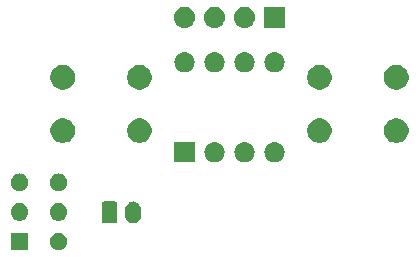
<source format=gbr>
G04 #@! TF.GenerationSoftware,KiCad,Pcbnew,(5.0.1-3-g963ef8bb5)*
G04 #@! TF.CreationDate,2019-02-13T22:27:56+01:00*
G04 #@! TF.ProjectId,main,6D61696E2E6B696361645F7063620000,rev?*
G04 #@! TF.SameCoordinates,Original*
G04 #@! TF.FileFunction,Soldermask,Bot*
G04 #@! TF.FilePolarity,Negative*
%FSLAX46Y46*%
G04 Gerber Fmt 4.6, Leading zero omitted, Abs format (unit mm)*
G04 Created by KiCad (PCBNEW (5.0.1-3-g963ef8bb5)) date 2019 February 13, Wednesday 22:27:56*
%MOMM*%
%LPD*%
G01*
G04 APERTURE LIST*
%ADD10C,0.100000*%
G04 APERTURE END LIST*
D10*
G36*
X73282004Y-113480544D02*
X73369059Y-113497860D01*
X73505732Y-113554472D01*
X73505733Y-113554473D01*
X73628738Y-113636662D01*
X73733338Y-113741262D01*
X73733340Y-113741265D01*
X73815528Y-113864268D01*
X73872140Y-114000941D01*
X73901000Y-114146033D01*
X73901000Y-114293967D01*
X73872140Y-114439059D01*
X73815528Y-114575732D01*
X73815527Y-114575733D01*
X73733338Y-114698738D01*
X73628738Y-114803338D01*
X73628735Y-114803340D01*
X73505732Y-114885528D01*
X73369059Y-114942140D01*
X73282004Y-114959456D01*
X73223969Y-114971000D01*
X73076031Y-114971000D01*
X73017996Y-114959456D01*
X72930941Y-114942140D01*
X72794268Y-114885528D01*
X72671265Y-114803340D01*
X72671262Y-114803338D01*
X72566662Y-114698738D01*
X72484473Y-114575733D01*
X72484472Y-114575732D01*
X72427860Y-114439059D01*
X72399000Y-114293967D01*
X72399000Y-114146033D01*
X72427860Y-114000941D01*
X72484472Y-113864268D01*
X72566660Y-113741265D01*
X72566662Y-113741262D01*
X72671262Y-113636662D01*
X72794267Y-113554473D01*
X72794268Y-113554472D01*
X72930941Y-113497860D01*
X73017996Y-113480544D01*
X73076031Y-113469000D01*
X73223969Y-113469000D01*
X73282004Y-113480544D01*
X73282004Y-113480544D01*
G37*
G36*
X70601000Y-114971000D02*
X69099000Y-114971000D01*
X69099000Y-113469000D01*
X70601000Y-113469000D01*
X70601000Y-114971000D01*
X70601000Y-114971000D01*
G37*
G36*
X79597617Y-110843420D02*
X79679426Y-110868237D01*
X79720332Y-110880645D01*
X79742544Y-110892518D01*
X79833425Y-110941095D01*
X79833427Y-110941096D01*
X79833426Y-110941096D01*
X79906965Y-111001447D01*
X79932553Y-111022447D01*
X80013905Y-111121574D01*
X80013906Y-111121576D01*
X80074355Y-111234667D01*
X80076356Y-111241265D01*
X80111580Y-111357382D01*
X80121000Y-111453027D01*
X80121000Y-112066973D01*
X80111580Y-112162618D01*
X80100624Y-112198735D01*
X80074355Y-112285333D01*
X80064731Y-112303338D01*
X80013905Y-112398426D01*
X79932553Y-112497553D01*
X79833426Y-112578905D01*
X79833424Y-112578906D01*
X79720333Y-112639355D01*
X79679427Y-112651763D01*
X79597618Y-112676580D01*
X79470000Y-112689149D01*
X79342383Y-112676580D01*
X79260574Y-112651763D01*
X79219668Y-112639355D01*
X79106577Y-112578906D01*
X79106575Y-112578905D01*
X79007448Y-112497553D01*
X78926095Y-112398426D01*
X78875269Y-112303338D01*
X78865645Y-112285333D01*
X78839376Y-112198735D01*
X78828420Y-112162618D01*
X78819000Y-112066973D01*
X78819000Y-111453028D01*
X78828420Y-111357383D01*
X78865645Y-111234669D01*
X78865645Y-111234668D01*
X78918032Y-111136660D01*
X78926095Y-111121575D01*
X79007447Y-111022447D01*
X79106574Y-110941095D01*
X79141400Y-110922480D01*
X79219667Y-110880645D01*
X79260573Y-110868237D01*
X79342382Y-110843420D01*
X79470000Y-110830851D01*
X79597617Y-110843420D01*
X79597617Y-110843420D01*
G37*
G36*
X77961242Y-110838404D02*
X77998339Y-110849657D01*
X78032520Y-110867927D01*
X78062482Y-110892518D01*
X78087073Y-110922480D01*
X78105343Y-110956661D01*
X78116596Y-110993758D01*
X78121000Y-111038473D01*
X78121000Y-112481527D01*
X78116596Y-112526242D01*
X78105343Y-112563339D01*
X78087073Y-112597520D01*
X78062482Y-112627482D01*
X78032520Y-112652073D01*
X77998339Y-112670343D01*
X77961242Y-112681596D01*
X77916527Y-112686000D01*
X77023473Y-112686000D01*
X76978758Y-112681596D01*
X76941661Y-112670343D01*
X76907480Y-112652073D01*
X76877518Y-112627482D01*
X76852927Y-112597520D01*
X76834657Y-112563339D01*
X76823404Y-112526242D01*
X76819000Y-112481527D01*
X76819000Y-111038473D01*
X76823404Y-110993758D01*
X76834657Y-110956661D01*
X76852927Y-110922480D01*
X76877518Y-110892518D01*
X76907480Y-110867927D01*
X76941661Y-110849657D01*
X76978758Y-110838404D01*
X77023473Y-110834000D01*
X77916527Y-110834000D01*
X77961242Y-110838404D01*
X77961242Y-110838404D01*
G37*
G36*
X73282004Y-110980544D02*
X73369059Y-110997860D01*
X73505732Y-111054472D01*
X73505733Y-111054473D01*
X73628738Y-111136662D01*
X73733338Y-111241262D01*
X73733340Y-111241265D01*
X73815528Y-111364268D01*
X73872140Y-111500941D01*
X73901000Y-111646033D01*
X73901000Y-111793967D01*
X73872140Y-111939059D01*
X73815528Y-112075732D01*
X73815527Y-112075733D01*
X73733338Y-112198738D01*
X73628738Y-112303338D01*
X73628735Y-112303340D01*
X73505732Y-112385528D01*
X73369059Y-112442140D01*
X73282004Y-112459456D01*
X73223969Y-112471000D01*
X73076031Y-112471000D01*
X73017996Y-112459456D01*
X72930941Y-112442140D01*
X72794268Y-112385528D01*
X72671265Y-112303340D01*
X72671262Y-112303338D01*
X72566662Y-112198738D01*
X72484473Y-112075733D01*
X72484472Y-112075732D01*
X72427860Y-111939059D01*
X72399000Y-111793967D01*
X72399000Y-111646033D01*
X72427860Y-111500941D01*
X72484472Y-111364268D01*
X72566660Y-111241265D01*
X72566662Y-111241262D01*
X72671262Y-111136662D01*
X72794267Y-111054473D01*
X72794268Y-111054472D01*
X72930941Y-110997860D01*
X73017996Y-110980544D01*
X73076031Y-110969000D01*
X73223969Y-110969000D01*
X73282004Y-110980544D01*
X73282004Y-110980544D01*
G37*
G36*
X69982004Y-110980544D02*
X70069059Y-110997860D01*
X70205732Y-111054472D01*
X70205733Y-111054473D01*
X70328738Y-111136662D01*
X70433338Y-111241262D01*
X70433340Y-111241265D01*
X70515528Y-111364268D01*
X70572140Y-111500941D01*
X70601000Y-111646033D01*
X70601000Y-111793967D01*
X70572140Y-111939059D01*
X70515528Y-112075732D01*
X70515527Y-112075733D01*
X70433338Y-112198738D01*
X70328738Y-112303338D01*
X70328735Y-112303340D01*
X70205732Y-112385528D01*
X70069059Y-112442140D01*
X69982004Y-112459456D01*
X69923969Y-112471000D01*
X69776031Y-112471000D01*
X69717996Y-112459456D01*
X69630941Y-112442140D01*
X69494268Y-112385528D01*
X69371265Y-112303340D01*
X69371262Y-112303338D01*
X69266662Y-112198738D01*
X69184473Y-112075733D01*
X69184472Y-112075732D01*
X69127860Y-111939059D01*
X69099000Y-111793967D01*
X69099000Y-111646033D01*
X69127860Y-111500941D01*
X69184472Y-111364268D01*
X69266660Y-111241265D01*
X69266662Y-111241262D01*
X69371262Y-111136662D01*
X69494267Y-111054473D01*
X69494268Y-111054472D01*
X69630941Y-110997860D01*
X69717996Y-110980544D01*
X69776031Y-110969000D01*
X69923969Y-110969000D01*
X69982004Y-110980544D01*
X69982004Y-110980544D01*
G37*
G36*
X73282004Y-108480544D02*
X73369059Y-108497860D01*
X73505732Y-108554472D01*
X73505733Y-108554473D01*
X73628738Y-108636662D01*
X73733338Y-108741262D01*
X73733340Y-108741265D01*
X73815528Y-108864268D01*
X73872140Y-109000941D01*
X73901000Y-109146033D01*
X73901000Y-109293967D01*
X73872140Y-109439059D01*
X73815528Y-109575732D01*
X73815527Y-109575733D01*
X73733338Y-109698738D01*
X73628738Y-109803338D01*
X73628735Y-109803340D01*
X73505732Y-109885528D01*
X73369059Y-109942140D01*
X73282004Y-109959456D01*
X73223969Y-109971000D01*
X73076031Y-109971000D01*
X73017996Y-109959456D01*
X72930941Y-109942140D01*
X72794268Y-109885528D01*
X72671265Y-109803340D01*
X72671262Y-109803338D01*
X72566662Y-109698738D01*
X72484473Y-109575733D01*
X72484472Y-109575732D01*
X72427860Y-109439059D01*
X72399000Y-109293967D01*
X72399000Y-109146033D01*
X72427860Y-109000941D01*
X72484472Y-108864268D01*
X72566660Y-108741265D01*
X72566662Y-108741262D01*
X72671262Y-108636662D01*
X72794267Y-108554473D01*
X72794268Y-108554472D01*
X72930941Y-108497860D01*
X73017996Y-108480544D01*
X73076031Y-108469000D01*
X73223969Y-108469000D01*
X73282004Y-108480544D01*
X73282004Y-108480544D01*
G37*
G36*
X69982004Y-108480544D02*
X70069059Y-108497860D01*
X70205732Y-108554472D01*
X70205733Y-108554473D01*
X70328738Y-108636662D01*
X70433338Y-108741262D01*
X70433340Y-108741265D01*
X70515528Y-108864268D01*
X70572140Y-109000941D01*
X70601000Y-109146033D01*
X70601000Y-109293967D01*
X70572140Y-109439059D01*
X70515528Y-109575732D01*
X70515527Y-109575733D01*
X70433338Y-109698738D01*
X70328738Y-109803338D01*
X70328735Y-109803340D01*
X70205732Y-109885528D01*
X70069059Y-109942140D01*
X69982004Y-109959456D01*
X69923969Y-109971000D01*
X69776031Y-109971000D01*
X69717996Y-109959456D01*
X69630941Y-109942140D01*
X69494268Y-109885528D01*
X69371265Y-109803340D01*
X69371262Y-109803338D01*
X69266662Y-109698738D01*
X69184473Y-109575733D01*
X69184472Y-109575732D01*
X69127860Y-109439059D01*
X69099000Y-109293967D01*
X69099000Y-109146033D01*
X69127860Y-109000941D01*
X69184472Y-108864268D01*
X69266660Y-108741265D01*
X69266662Y-108741262D01*
X69371262Y-108636662D01*
X69494267Y-108554473D01*
X69494268Y-108554472D01*
X69630941Y-108497860D01*
X69717996Y-108480544D01*
X69776031Y-108469000D01*
X69923969Y-108469000D01*
X69982004Y-108480544D01*
X69982004Y-108480544D01*
G37*
G36*
X91606821Y-105841313D02*
X91606824Y-105841314D01*
X91606825Y-105841314D01*
X91767239Y-105889975D01*
X91767241Y-105889976D01*
X91767244Y-105889977D01*
X91915078Y-105968995D01*
X92044659Y-106075341D01*
X92151005Y-106204922D01*
X92230023Y-106352756D01*
X92278687Y-106513179D01*
X92295117Y-106680000D01*
X92278687Y-106846821D01*
X92230023Y-107007244D01*
X92151005Y-107155078D01*
X92044659Y-107284659D01*
X91915078Y-107391005D01*
X91767244Y-107470023D01*
X91767241Y-107470024D01*
X91767239Y-107470025D01*
X91606825Y-107518686D01*
X91606824Y-107518686D01*
X91606821Y-107518687D01*
X91481804Y-107531000D01*
X91398196Y-107531000D01*
X91273179Y-107518687D01*
X91273176Y-107518686D01*
X91273175Y-107518686D01*
X91112761Y-107470025D01*
X91112759Y-107470024D01*
X91112756Y-107470023D01*
X90964922Y-107391005D01*
X90835341Y-107284659D01*
X90728995Y-107155078D01*
X90649977Y-107007244D01*
X90601313Y-106846821D01*
X90584883Y-106680000D01*
X90601313Y-106513179D01*
X90649977Y-106352756D01*
X90728995Y-106204922D01*
X90835341Y-106075341D01*
X90964922Y-105968995D01*
X91112756Y-105889977D01*
X91112759Y-105889976D01*
X91112761Y-105889975D01*
X91273175Y-105841314D01*
X91273176Y-105841314D01*
X91273179Y-105841313D01*
X91398196Y-105829000D01*
X91481804Y-105829000D01*
X91606821Y-105841313D01*
X91606821Y-105841313D01*
G37*
G36*
X89066821Y-105841313D02*
X89066824Y-105841314D01*
X89066825Y-105841314D01*
X89227239Y-105889975D01*
X89227241Y-105889976D01*
X89227244Y-105889977D01*
X89375078Y-105968995D01*
X89504659Y-106075341D01*
X89611005Y-106204922D01*
X89690023Y-106352756D01*
X89738687Y-106513179D01*
X89755117Y-106680000D01*
X89738687Y-106846821D01*
X89690023Y-107007244D01*
X89611005Y-107155078D01*
X89504659Y-107284659D01*
X89375078Y-107391005D01*
X89227244Y-107470023D01*
X89227241Y-107470024D01*
X89227239Y-107470025D01*
X89066825Y-107518686D01*
X89066824Y-107518686D01*
X89066821Y-107518687D01*
X88941804Y-107531000D01*
X88858196Y-107531000D01*
X88733179Y-107518687D01*
X88733176Y-107518686D01*
X88733175Y-107518686D01*
X88572761Y-107470025D01*
X88572759Y-107470024D01*
X88572756Y-107470023D01*
X88424922Y-107391005D01*
X88295341Y-107284659D01*
X88188995Y-107155078D01*
X88109977Y-107007244D01*
X88061313Y-106846821D01*
X88044883Y-106680000D01*
X88061313Y-106513179D01*
X88109977Y-106352756D01*
X88188995Y-106204922D01*
X88295341Y-106075341D01*
X88424922Y-105968995D01*
X88572756Y-105889977D01*
X88572759Y-105889976D01*
X88572761Y-105889975D01*
X88733175Y-105841314D01*
X88733176Y-105841314D01*
X88733179Y-105841313D01*
X88858196Y-105829000D01*
X88941804Y-105829000D01*
X89066821Y-105841313D01*
X89066821Y-105841313D01*
G37*
G36*
X86526821Y-105841313D02*
X86526824Y-105841314D01*
X86526825Y-105841314D01*
X86687239Y-105889975D01*
X86687241Y-105889976D01*
X86687244Y-105889977D01*
X86835078Y-105968995D01*
X86964659Y-106075341D01*
X87071005Y-106204922D01*
X87150023Y-106352756D01*
X87198687Y-106513179D01*
X87215117Y-106680000D01*
X87198687Y-106846821D01*
X87150023Y-107007244D01*
X87071005Y-107155078D01*
X86964659Y-107284659D01*
X86835078Y-107391005D01*
X86687244Y-107470023D01*
X86687241Y-107470024D01*
X86687239Y-107470025D01*
X86526825Y-107518686D01*
X86526824Y-107518686D01*
X86526821Y-107518687D01*
X86401804Y-107531000D01*
X86318196Y-107531000D01*
X86193179Y-107518687D01*
X86193176Y-107518686D01*
X86193175Y-107518686D01*
X86032761Y-107470025D01*
X86032759Y-107470024D01*
X86032756Y-107470023D01*
X85884922Y-107391005D01*
X85755341Y-107284659D01*
X85648995Y-107155078D01*
X85569977Y-107007244D01*
X85521313Y-106846821D01*
X85504883Y-106680000D01*
X85521313Y-106513179D01*
X85569977Y-106352756D01*
X85648995Y-106204922D01*
X85755341Y-106075341D01*
X85884922Y-105968995D01*
X86032756Y-105889977D01*
X86032759Y-105889976D01*
X86032761Y-105889975D01*
X86193175Y-105841314D01*
X86193176Y-105841314D01*
X86193179Y-105841313D01*
X86318196Y-105829000D01*
X86401804Y-105829000D01*
X86526821Y-105841313D01*
X86526821Y-105841313D01*
G37*
G36*
X84671000Y-107531000D02*
X82969000Y-107531000D01*
X82969000Y-105829000D01*
X84671000Y-105829000D01*
X84671000Y-107531000D01*
X84671000Y-107531000D01*
G37*
G36*
X73816565Y-103819389D02*
X74007834Y-103898615D01*
X74179976Y-104013637D01*
X74326363Y-104160024D01*
X74441385Y-104332166D01*
X74520611Y-104523435D01*
X74561000Y-104726484D01*
X74561000Y-104933516D01*
X74520611Y-105136565D01*
X74441385Y-105327834D01*
X74326363Y-105499976D01*
X74179976Y-105646363D01*
X74007834Y-105761385D01*
X73816565Y-105840611D01*
X73613516Y-105881000D01*
X73406484Y-105881000D01*
X73203435Y-105840611D01*
X73012166Y-105761385D01*
X72840024Y-105646363D01*
X72693637Y-105499976D01*
X72578615Y-105327834D01*
X72499389Y-105136565D01*
X72459000Y-104933516D01*
X72459000Y-104726484D01*
X72499389Y-104523435D01*
X72578615Y-104332166D01*
X72693637Y-104160024D01*
X72840024Y-104013637D01*
X73012166Y-103898615D01*
X73203435Y-103819389D01*
X73406484Y-103779000D01*
X73613516Y-103779000D01*
X73816565Y-103819389D01*
X73816565Y-103819389D01*
G37*
G36*
X95556565Y-103819389D02*
X95747834Y-103898615D01*
X95919976Y-104013637D01*
X96066363Y-104160024D01*
X96181385Y-104332166D01*
X96260611Y-104523435D01*
X96301000Y-104726484D01*
X96301000Y-104933516D01*
X96260611Y-105136565D01*
X96181385Y-105327834D01*
X96066363Y-105499976D01*
X95919976Y-105646363D01*
X95747834Y-105761385D01*
X95556565Y-105840611D01*
X95353516Y-105881000D01*
X95146484Y-105881000D01*
X94943435Y-105840611D01*
X94752166Y-105761385D01*
X94580024Y-105646363D01*
X94433637Y-105499976D01*
X94318615Y-105327834D01*
X94239389Y-105136565D01*
X94199000Y-104933516D01*
X94199000Y-104726484D01*
X94239389Y-104523435D01*
X94318615Y-104332166D01*
X94433637Y-104160024D01*
X94580024Y-104013637D01*
X94752166Y-103898615D01*
X94943435Y-103819389D01*
X95146484Y-103779000D01*
X95353516Y-103779000D01*
X95556565Y-103819389D01*
X95556565Y-103819389D01*
G37*
G36*
X80316565Y-103819389D02*
X80507834Y-103898615D01*
X80679976Y-104013637D01*
X80826363Y-104160024D01*
X80941385Y-104332166D01*
X81020611Y-104523435D01*
X81061000Y-104726484D01*
X81061000Y-104933516D01*
X81020611Y-105136565D01*
X80941385Y-105327834D01*
X80826363Y-105499976D01*
X80679976Y-105646363D01*
X80507834Y-105761385D01*
X80316565Y-105840611D01*
X80113516Y-105881000D01*
X79906484Y-105881000D01*
X79703435Y-105840611D01*
X79512166Y-105761385D01*
X79340024Y-105646363D01*
X79193637Y-105499976D01*
X79078615Y-105327834D01*
X78999389Y-105136565D01*
X78959000Y-104933516D01*
X78959000Y-104726484D01*
X78999389Y-104523435D01*
X79078615Y-104332166D01*
X79193637Y-104160024D01*
X79340024Y-104013637D01*
X79512166Y-103898615D01*
X79703435Y-103819389D01*
X79906484Y-103779000D01*
X80113516Y-103779000D01*
X80316565Y-103819389D01*
X80316565Y-103819389D01*
G37*
G36*
X102056565Y-103819389D02*
X102247834Y-103898615D01*
X102419976Y-104013637D01*
X102566363Y-104160024D01*
X102681385Y-104332166D01*
X102760611Y-104523435D01*
X102801000Y-104726484D01*
X102801000Y-104933516D01*
X102760611Y-105136565D01*
X102681385Y-105327834D01*
X102566363Y-105499976D01*
X102419976Y-105646363D01*
X102247834Y-105761385D01*
X102056565Y-105840611D01*
X101853516Y-105881000D01*
X101646484Y-105881000D01*
X101443435Y-105840611D01*
X101252166Y-105761385D01*
X101080024Y-105646363D01*
X100933637Y-105499976D01*
X100818615Y-105327834D01*
X100739389Y-105136565D01*
X100699000Y-104933516D01*
X100699000Y-104726484D01*
X100739389Y-104523435D01*
X100818615Y-104332166D01*
X100933637Y-104160024D01*
X101080024Y-104013637D01*
X101252166Y-103898615D01*
X101443435Y-103819389D01*
X101646484Y-103779000D01*
X101853516Y-103779000D01*
X102056565Y-103819389D01*
X102056565Y-103819389D01*
G37*
G36*
X95556565Y-99319389D02*
X95747834Y-99398615D01*
X95919976Y-99513637D01*
X96066363Y-99660024D01*
X96181385Y-99832166D01*
X96260611Y-100023435D01*
X96301000Y-100226484D01*
X96301000Y-100433516D01*
X96260611Y-100636565D01*
X96181385Y-100827834D01*
X96066363Y-100999976D01*
X95919976Y-101146363D01*
X95747834Y-101261385D01*
X95556565Y-101340611D01*
X95353516Y-101381000D01*
X95146484Y-101381000D01*
X94943435Y-101340611D01*
X94752166Y-101261385D01*
X94580024Y-101146363D01*
X94433637Y-100999976D01*
X94318615Y-100827834D01*
X94239389Y-100636565D01*
X94199000Y-100433516D01*
X94199000Y-100226484D01*
X94239389Y-100023435D01*
X94318615Y-99832166D01*
X94433637Y-99660024D01*
X94580024Y-99513637D01*
X94752166Y-99398615D01*
X94943435Y-99319389D01*
X95146484Y-99279000D01*
X95353516Y-99279000D01*
X95556565Y-99319389D01*
X95556565Y-99319389D01*
G37*
G36*
X102056565Y-99319389D02*
X102247834Y-99398615D01*
X102419976Y-99513637D01*
X102566363Y-99660024D01*
X102681385Y-99832166D01*
X102760611Y-100023435D01*
X102801000Y-100226484D01*
X102801000Y-100433516D01*
X102760611Y-100636565D01*
X102681385Y-100827834D01*
X102566363Y-100999976D01*
X102419976Y-101146363D01*
X102247834Y-101261385D01*
X102056565Y-101340611D01*
X101853516Y-101381000D01*
X101646484Y-101381000D01*
X101443435Y-101340611D01*
X101252166Y-101261385D01*
X101080024Y-101146363D01*
X100933637Y-100999976D01*
X100818615Y-100827834D01*
X100739389Y-100636565D01*
X100699000Y-100433516D01*
X100699000Y-100226484D01*
X100739389Y-100023435D01*
X100818615Y-99832166D01*
X100933637Y-99660024D01*
X101080024Y-99513637D01*
X101252166Y-99398615D01*
X101443435Y-99319389D01*
X101646484Y-99279000D01*
X101853516Y-99279000D01*
X102056565Y-99319389D01*
X102056565Y-99319389D01*
G37*
G36*
X73816565Y-99319389D02*
X74007834Y-99398615D01*
X74179976Y-99513637D01*
X74326363Y-99660024D01*
X74441385Y-99832166D01*
X74520611Y-100023435D01*
X74561000Y-100226484D01*
X74561000Y-100433516D01*
X74520611Y-100636565D01*
X74441385Y-100827834D01*
X74326363Y-100999976D01*
X74179976Y-101146363D01*
X74007834Y-101261385D01*
X73816565Y-101340611D01*
X73613516Y-101381000D01*
X73406484Y-101381000D01*
X73203435Y-101340611D01*
X73012166Y-101261385D01*
X72840024Y-101146363D01*
X72693637Y-100999976D01*
X72578615Y-100827834D01*
X72499389Y-100636565D01*
X72459000Y-100433516D01*
X72459000Y-100226484D01*
X72499389Y-100023435D01*
X72578615Y-99832166D01*
X72693637Y-99660024D01*
X72840024Y-99513637D01*
X73012166Y-99398615D01*
X73203435Y-99319389D01*
X73406484Y-99279000D01*
X73613516Y-99279000D01*
X73816565Y-99319389D01*
X73816565Y-99319389D01*
G37*
G36*
X80316565Y-99319389D02*
X80507834Y-99398615D01*
X80679976Y-99513637D01*
X80826363Y-99660024D01*
X80941385Y-99832166D01*
X81020611Y-100023435D01*
X81061000Y-100226484D01*
X81061000Y-100433516D01*
X81020611Y-100636565D01*
X80941385Y-100827834D01*
X80826363Y-100999976D01*
X80679976Y-101146363D01*
X80507834Y-101261385D01*
X80316565Y-101340611D01*
X80113516Y-101381000D01*
X79906484Y-101381000D01*
X79703435Y-101340611D01*
X79512166Y-101261385D01*
X79340024Y-101146363D01*
X79193637Y-100999976D01*
X79078615Y-100827834D01*
X78999389Y-100636565D01*
X78959000Y-100433516D01*
X78959000Y-100226484D01*
X78999389Y-100023435D01*
X79078615Y-99832166D01*
X79193637Y-99660024D01*
X79340024Y-99513637D01*
X79512166Y-99398615D01*
X79703435Y-99319389D01*
X79906484Y-99279000D01*
X80113516Y-99279000D01*
X80316565Y-99319389D01*
X80316565Y-99319389D01*
G37*
G36*
X83986821Y-98221313D02*
X83986824Y-98221314D01*
X83986825Y-98221314D01*
X84147239Y-98269975D01*
X84147241Y-98269976D01*
X84147244Y-98269977D01*
X84295078Y-98348995D01*
X84424659Y-98455341D01*
X84531005Y-98584922D01*
X84610023Y-98732756D01*
X84658687Y-98893179D01*
X84675117Y-99060000D01*
X84658687Y-99226821D01*
X84658686Y-99226824D01*
X84658686Y-99226825D01*
X84630607Y-99319390D01*
X84610023Y-99387244D01*
X84531005Y-99535078D01*
X84424659Y-99664659D01*
X84295078Y-99771005D01*
X84147244Y-99850023D01*
X84147241Y-99850024D01*
X84147239Y-99850025D01*
X83986825Y-99898686D01*
X83986824Y-99898686D01*
X83986821Y-99898687D01*
X83861804Y-99911000D01*
X83778196Y-99911000D01*
X83653179Y-99898687D01*
X83653176Y-99898686D01*
X83653175Y-99898686D01*
X83492761Y-99850025D01*
X83492759Y-99850024D01*
X83492756Y-99850023D01*
X83344922Y-99771005D01*
X83215341Y-99664659D01*
X83108995Y-99535078D01*
X83029977Y-99387244D01*
X83009394Y-99319390D01*
X82981314Y-99226825D01*
X82981314Y-99226824D01*
X82981313Y-99226821D01*
X82964883Y-99060000D01*
X82981313Y-98893179D01*
X83029977Y-98732756D01*
X83108995Y-98584922D01*
X83215341Y-98455341D01*
X83344922Y-98348995D01*
X83492756Y-98269977D01*
X83492759Y-98269976D01*
X83492761Y-98269975D01*
X83653175Y-98221314D01*
X83653176Y-98221314D01*
X83653179Y-98221313D01*
X83778196Y-98209000D01*
X83861804Y-98209000D01*
X83986821Y-98221313D01*
X83986821Y-98221313D01*
G37*
G36*
X86526821Y-98221313D02*
X86526824Y-98221314D01*
X86526825Y-98221314D01*
X86687239Y-98269975D01*
X86687241Y-98269976D01*
X86687244Y-98269977D01*
X86835078Y-98348995D01*
X86964659Y-98455341D01*
X87071005Y-98584922D01*
X87150023Y-98732756D01*
X87198687Y-98893179D01*
X87215117Y-99060000D01*
X87198687Y-99226821D01*
X87198686Y-99226824D01*
X87198686Y-99226825D01*
X87170607Y-99319390D01*
X87150023Y-99387244D01*
X87071005Y-99535078D01*
X86964659Y-99664659D01*
X86835078Y-99771005D01*
X86687244Y-99850023D01*
X86687241Y-99850024D01*
X86687239Y-99850025D01*
X86526825Y-99898686D01*
X86526824Y-99898686D01*
X86526821Y-99898687D01*
X86401804Y-99911000D01*
X86318196Y-99911000D01*
X86193179Y-99898687D01*
X86193176Y-99898686D01*
X86193175Y-99898686D01*
X86032761Y-99850025D01*
X86032759Y-99850024D01*
X86032756Y-99850023D01*
X85884922Y-99771005D01*
X85755341Y-99664659D01*
X85648995Y-99535078D01*
X85569977Y-99387244D01*
X85549394Y-99319390D01*
X85521314Y-99226825D01*
X85521314Y-99226824D01*
X85521313Y-99226821D01*
X85504883Y-99060000D01*
X85521313Y-98893179D01*
X85569977Y-98732756D01*
X85648995Y-98584922D01*
X85755341Y-98455341D01*
X85884922Y-98348995D01*
X86032756Y-98269977D01*
X86032759Y-98269976D01*
X86032761Y-98269975D01*
X86193175Y-98221314D01*
X86193176Y-98221314D01*
X86193179Y-98221313D01*
X86318196Y-98209000D01*
X86401804Y-98209000D01*
X86526821Y-98221313D01*
X86526821Y-98221313D01*
G37*
G36*
X89066821Y-98221313D02*
X89066824Y-98221314D01*
X89066825Y-98221314D01*
X89227239Y-98269975D01*
X89227241Y-98269976D01*
X89227244Y-98269977D01*
X89375078Y-98348995D01*
X89504659Y-98455341D01*
X89611005Y-98584922D01*
X89690023Y-98732756D01*
X89738687Y-98893179D01*
X89755117Y-99060000D01*
X89738687Y-99226821D01*
X89738686Y-99226824D01*
X89738686Y-99226825D01*
X89710607Y-99319390D01*
X89690023Y-99387244D01*
X89611005Y-99535078D01*
X89504659Y-99664659D01*
X89375078Y-99771005D01*
X89227244Y-99850023D01*
X89227241Y-99850024D01*
X89227239Y-99850025D01*
X89066825Y-99898686D01*
X89066824Y-99898686D01*
X89066821Y-99898687D01*
X88941804Y-99911000D01*
X88858196Y-99911000D01*
X88733179Y-99898687D01*
X88733176Y-99898686D01*
X88733175Y-99898686D01*
X88572761Y-99850025D01*
X88572759Y-99850024D01*
X88572756Y-99850023D01*
X88424922Y-99771005D01*
X88295341Y-99664659D01*
X88188995Y-99535078D01*
X88109977Y-99387244D01*
X88089394Y-99319390D01*
X88061314Y-99226825D01*
X88061314Y-99226824D01*
X88061313Y-99226821D01*
X88044883Y-99060000D01*
X88061313Y-98893179D01*
X88109977Y-98732756D01*
X88188995Y-98584922D01*
X88295341Y-98455341D01*
X88424922Y-98348995D01*
X88572756Y-98269977D01*
X88572759Y-98269976D01*
X88572761Y-98269975D01*
X88733175Y-98221314D01*
X88733176Y-98221314D01*
X88733179Y-98221313D01*
X88858196Y-98209000D01*
X88941804Y-98209000D01*
X89066821Y-98221313D01*
X89066821Y-98221313D01*
G37*
G36*
X91606821Y-98221313D02*
X91606824Y-98221314D01*
X91606825Y-98221314D01*
X91767239Y-98269975D01*
X91767241Y-98269976D01*
X91767244Y-98269977D01*
X91915078Y-98348995D01*
X92044659Y-98455341D01*
X92151005Y-98584922D01*
X92230023Y-98732756D01*
X92278687Y-98893179D01*
X92295117Y-99060000D01*
X92278687Y-99226821D01*
X92278686Y-99226824D01*
X92278686Y-99226825D01*
X92250607Y-99319390D01*
X92230023Y-99387244D01*
X92151005Y-99535078D01*
X92044659Y-99664659D01*
X91915078Y-99771005D01*
X91767244Y-99850023D01*
X91767241Y-99850024D01*
X91767239Y-99850025D01*
X91606825Y-99898686D01*
X91606824Y-99898686D01*
X91606821Y-99898687D01*
X91481804Y-99911000D01*
X91398196Y-99911000D01*
X91273179Y-99898687D01*
X91273176Y-99898686D01*
X91273175Y-99898686D01*
X91112761Y-99850025D01*
X91112759Y-99850024D01*
X91112756Y-99850023D01*
X90964922Y-99771005D01*
X90835341Y-99664659D01*
X90728995Y-99535078D01*
X90649977Y-99387244D01*
X90629394Y-99319390D01*
X90601314Y-99226825D01*
X90601314Y-99226824D01*
X90601313Y-99226821D01*
X90584883Y-99060000D01*
X90601313Y-98893179D01*
X90649977Y-98732756D01*
X90728995Y-98584922D01*
X90835341Y-98455341D01*
X90964922Y-98348995D01*
X91112756Y-98269977D01*
X91112759Y-98269976D01*
X91112761Y-98269975D01*
X91273175Y-98221314D01*
X91273176Y-98221314D01*
X91273179Y-98221313D01*
X91398196Y-98209000D01*
X91481804Y-98209000D01*
X91606821Y-98221313D01*
X91606821Y-98221313D01*
G37*
G36*
X89010442Y-94355518D02*
X89076627Y-94362037D01*
X89189853Y-94396384D01*
X89246467Y-94413557D01*
X89385087Y-94487652D01*
X89402991Y-94497222D01*
X89438729Y-94526552D01*
X89540186Y-94609814D01*
X89623448Y-94711271D01*
X89652778Y-94747009D01*
X89652779Y-94747011D01*
X89736443Y-94903533D01*
X89736443Y-94903534D01*
X89787963Y-95073373D01*
X89805359Y-95250000D01*
X89787963Y-95426627D01*
X89753616Y-95539853D01*
X89736443Y-95596467D01*
X89662348Y-95735087D01*
X89652778Y-95752991D01*
X89623448Y-95788729D01*
X89540186Y-95890186D01*
X89438729Y-95973448D01*
X89402991Y-96002778D01*
X89402989Y-96002779D01*
X89246467Y-96086443D01*
X89189853Y-96103616D01*
X89076627Y-96137963D01*
X89010442Y-96144482D01*
X88944260Y-96151000D01*
X88855740Y-96151000D01*
X88789558Y-96144482D01*
X88723373Y-96137963D01*
X88610147Y-96103616D01*
X88553533Y-96086443D01*
X88397011Y-96002779D01*
X88397009Y-96002778D01*
X88361271Y-95973448D01*
X88259814Y-95890186D01*
X88176552Y-95788729D01*
X88147222Y-95752991D01*
X88137652Y-95735087D01*
X88063557Y-95596467D01*
X88046384Y-95539853D01*
X88012037Y-95426627D01*
X87994641Y-95250000D01*
X88012037Y-95073373D01*
X88063557Y-94903534D01*
X88063557Y-94903533D01*
X88147221Y-94747011D01*
X88147222Y-94747009D01*
X88176552Y-94711271D01*
X88259814Y-94609814D01*
X88361271Y-94526552D01*
X88397009Y-94497222D01*
X88414913Y-94487652D01*
X88553533Y-94413557D01*
X88610147Y-94396384D01*
X88723373Y-94362037D01*
X88789558Y-94355518D01*
X88855740Y-94349000D01*
X88944260Y-94349000D01*
X89010442Y-94355518D01*
X89010442Y-94355518D01*
G37*
G36*
X92341000Y-96151000D02*
X90539000Y-96151000D01*
X90539000Y-94349000D01*
X92341000Y-94349000D01*
X92341000Y-96151000D01*
X92341000Y-96151000D01*
G37*
G36*
X83930442Y-94355518D02*
X83996627Y-94362037D01*
X84109853Y-94396384D01*
X84166467Y-94413557D01*
X84305087Y-94487652D01*
X84322991Y-94497222D01*
X84358729Y-94526552D01*
X84460186Y-94609814D01*
X84543448Y-94711271D01*
X84572778Y-94747009D01*
X84572779Y-94747011D01*
X84656443Y-94903533D01*
X84656443Y-94903534D01*
X84707963Y-95073373D01*
X84725359Y-95250000D01*
X84707963Y-95426627D01*
X84673616Y-95539853D01*
X84656443Y-95596467D01*
X84582348Y-95735087D01*
X84572778Y-95752991D01*
X84543448Y-95788729D01*
X84460186Y-95890186D01*
X84358729Y-95973448D01*
X84322991Y-96002778D01*
X84322989Y-96002779D01*
X84166467Y-96086443D01*
X84109853Y-96103616D01*
X83996627Y-96137963D01*
X83930442Y-96144482D01*
X83864260Y-96151000D01*
X83775740Y-96151000D01*
X83709558Y-96144482D01*
X83643373Y-96137963D01*
X83530147Y-96103616D01*
X83473533Y-96086443D01*
X83317011Y-96002779D01*
X83317009Y-96002778D01*
X83281271Y-95973448D01*
X83179814Y-95890186D01*
X83096552Y-95788729D01*
X83067222Y-95752991D01*
X83057652Y-95735087D01*
X82983557Y-95596467D01*
X82966384Y-95539853D01*
X82932037Y-95426627D01*
X82914641Y-95250000D01*
X82932037Y-95073373D01*
X82983557Y-94903534D01*
X82983557Y-94903533D01*
X83067221Y-94747011D01*
X83067222Y-94747009D01*
X83096552Y-94711271D01*
X83179814Y-94609814D01*
X83281271Y-94526552D01*
X83317009Y-94497222D01*
X83334913Y-94487652D01*
X83473533Y-94413557D01*
X83530147Y-94396384D01*
X83643373Y-94362037D01*
X83709558Y-94355518D01*
X83775740Y-94349000D01*
X83864260Y-94349000D01*
X83930442Y-94355518D01*
X83930442Y-94355518D01*
G37*
G36*
X86470442Y-94355518D02*
X86536627Y-94362037D01*
X86649853Y-94396384D01*
X86706467Y-94413557D01*
X86845087Y-94487652D01*
X86862991Y-94497222D01*
X86898729Y-94526552D01*
X87000186Y-94609814D01*
X87083448Y-94711271D01*
X87112778Y-94747009D01*
X87112779Y-94747011D01*
X87196443Y-94903533D01*
X87196443Y-94903534D01*
X87247963Y-95073373D01*
X87265359Y-95250000D01*
X87247963Y-95426627D01*
X87213616Y-95539853D01*
X87196443Y-95596467D01*
X87122348Y-95735087D01*
X87112778Y-95752991D01*
X87083448Y-95788729D01*
X87000186Y-95890186D01*
X86898729Y-95973448D01*
X86862991Y-96002778D01*
X86862989Y-96002779D01*
X86706467Y-96086443D01*
X86649853Y-96103616D01*
X86536627Y-96137963D01*
X86470442Y-96144482D01*
X86404260Y-96151000D01*
X86315740Y-96151000D01*
X86249558Y-96144482D01*
X86183373Y-96137963D01*
X86070147Y-96103616D01*
X86013533Y-96086443D01*
X85857011Y-96002779D01*
X85857009Y-96002778D01*
X85821271Y-95973448D01*
X85719814Y-95890186D01*
X85636552Y-95788729D01*
X85607222Y-95752991D01*
X85597652Y-95735087D01*
X85523557Y-95596467D01*
X85506384Y-95539853D01*
X85472037Y-95426627D01*
X85454641Y-95250000D01*
X85472037Y-95073373D01*
X85523557Y-94903534D01*
X85523557Y-94903533D01*
X85607221Y-94747011D01*
X85607222Y-94747009D01*
X85636552Y-94711271D01*
X85719814Y-94609814D01*
X85821271Y-94526552D01*
X85857009Y-94497222D01*
X85874913Y-94487652D01*
X86013533Y-94413557D01*
X86070147Y-94396384D01*
X86183373Y-94362037D01*
X86249558Y-94355518D01*
X86315740Y-94349000D01*
X86404260Y-94349000D01*
X86470442Y-94355518D01*
X86470442Y-94355518D01*
G37*
M02*

</source>
